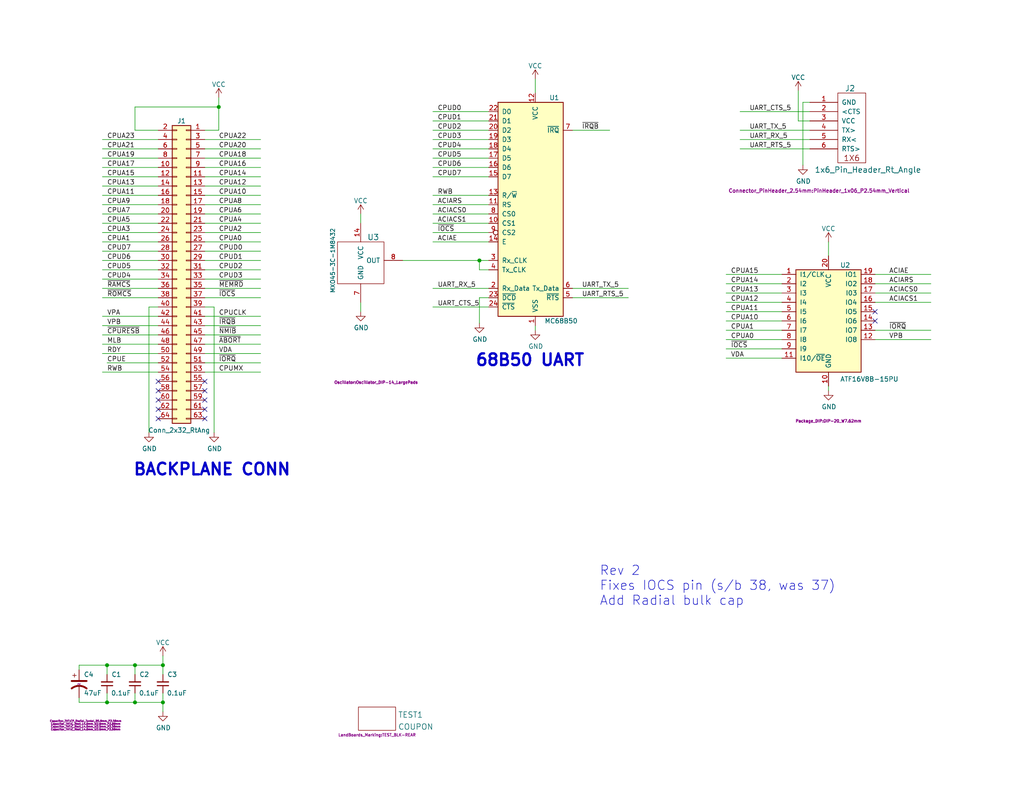
<source format=kicad_sch>
(kicad_sch (version 20231120) (generator "eeschema") (generator_version "8.0")
  (paper "A")
  (title_block (title "LB-68B50-02") (date "2024-09-09") (rev "2") (company "Land Boards LLC"))
  (lib_symbols
    (symbol "Connector_Generic:Conn_02x32_Odd_Even" (pin_names (offset 1.016) hide)
      (property "Reference" "J" (at 1.27 40.64 0))
      (property "Value" "Conn_02x32_Odd_Even" (at 1.27 -43.18 0))
      (symbol "Conn_02x32_Odd_Even_1_1"
        (rectangle (start -1.27 -40.513) (end 0 -40.767) (stroke (width 0.1524)))
        (rectangle (start -1.27 -37.973) (end 0 -38.227) (stroke (width 0.1524)))
        (rectangle (start -1.27 -35.433) (end 0 -35.687) (stroke (width 0.1524)))
        (rectangle (start -1.27 -32.893) (end 0 -33.147) (stroke (width 0.1524)))
        (rectangle (start -1.27 -30.353) (end 0 -30.607) (stroke (width 0.1524)))
        (rectangle (start -1.27 -27.813) (end 0 -28.067) (stroke (width 0.1524)))
        (rectangle (start -1.27 -25.273) (end 0 -25.527) (stroke (width 0.1524)))
        (rectangle (start -1.27 -22.733) (end 0 -22.987) (stroke (width 0.1524)))
        (rectangle (start -1.27 -20.193) (end 0 -20.447) (stroke (width 0.1524)))
        (rectangle (start -1.27 -17.653) (end 0 -17.907) (stroke (width 0.1524)))
        (rectangle (start -1.27 -15.113) (end 0 -15.367) (stroke (width 0.1524)))
        (rectangle (start -1.27 -12.573) (end 0 -12.827) (stroke (width 0.1524)))
        (rectangle (start -1.27 -10.033) (end 0 -10.287) (stroke (width 0.1524)))
        (rectangle (start -1.27 -7.493) (end 0 -7.747) (stroke (width 0.1524)))
        (rectangle (start -1.27 -4.953) (end 0 -5.207) (stroke (width 0.1524)))
        (rectangle (start -1.27 -2.413) (end 0 -2.667) (stroke (width 0.1524)))
        (rectangle (start -1.27 0.127) (end 0 -0.127) (stroke (width 0.1524)))
        (rectangle (start -1.27 2.667) (end 0 2.413) (stroke (width 0.1524)))
        (rectangle (start -1.27 5.207) (end 0 4.953) (stroke (width 0.1524)))
        (rectangle (start -1.27 7.747) (end 0 7.493) (stroke (width 0.1524)))
        (rectangle (start -1.27 10.287) (end 0 10.033) (stroke (width 0.1524)))
        (rectangle (start -1.27 12.827) (end 0 12.573) (stroke (width 0.1524)))
        (rectangle (start -1.27 15.367) (end 0 15.113) (stroke (width 0.1524)))
        (rectangle (start -1.27 17.907) (end 0 17.653) (stroke (width 0.1524)))
        (rectangle (start -1.27 20.447) (end 0 20.193) (stroke (width 0.1524)))
        (rectangle (start -1.27 22.987) (end 0 22.733) (stroke (width 0.1524)))
        (rectangle (start -1.27 25.527) (end 0 25.273) (stroke (width 0.1524)))
        (rectangle (start -1.27 28.067) (end 0 27.813) (stroke (width 0.1524)))
        (rectangle (start -1.27 30.607) (end 0 30.353) (stroke (width 0.1524)))
        (rectangle (start -1.27 33.147) (end 0 32.893) (stroke (width 0.1524)))
        (rectangle (start -1.27 35.687) (end 0 35.433) (stroke (width 0.1524)))
        (rectangle (start -1.27 38.227) (end 0 37.973) (stroke (width 0.1524)))
        (rectangle (start -1.27 39.37) (end 3.81 -41.91) (stroke (width 0.254)) (fill (type background)))
        (rectangle (start 3.81 -40.513) (end 2.54 -40.767) (stroke (width 0.1524)))
        (rectangle (start 3.81 -37.973) (end 2.54 -38.227) (stroke (width 0.1524)))
        (rectangle (start 3.81 -35.433) (end 2.54 -35.687) (stroke (width 0.1524)))
        (rectangle (start 3.81 -32.893) (end 2.54 -33.147) (stroke (width 0.1524)))
        (rectangle (start 3.81 -30.353) (end 2.54 -30.607) (stroke (width 0.1524)))
        (rectangle (start 3.81 -27.813) (end 2.54 -28.067) (stroke (width 0.1524)))
        (rectangle (start 3.81 -25.273) (end 2.54 -25.527) (stroke (width 0.1524)))
        (rectangle (start 3.81 -22.733) (end 2.54 -22.987) (stroke (width 0.1524)))
        (rectangle (start 3.81 -20.193) (end 2.54 -20.447) (stroke (width 0.1524)))
        (rectangle (start 3.81 -17.653) (end 2.54 -17.907) (stroke (width 0.1524)))
        (rectangle (start 3.81 -15.113) (end 2.54 -15.367) (stroke (width 0.1524)))
        (rectangle (start 3.81 -12.573) (end 2.54 -12.827) (stroke (width 0.1524)))
        (rectangle (start 3.81 -10.033) (end 2.54 -10.287) (stroke (width 0.1524)))
        (rectangle (start 3.81 -7.493) (end 2.54 -7.747) (stroke (width 0.1524)))
        (rectangle (start 3.81 -4.953) (end 2.54 -5.207) (stroke (width 0.1524)))
        (rectangle (start 3.81 -2.413) (end 2.54 -2.667) (stroke (width 0.1524)))
        (rectangle (start 3.81 0.127) (end 2.54 -0.127) (stroke (width 0.1524)))
        (rectangle (start 3.81 2.667) (end 2.54 2.413) (stroke (width 0.1524)))
        (rectangle (start 3.81 5.207) (end 2.54 4.953) (stroke (width 0.1524)))
        (rectangle (start 3.81 7.747) (end 2.54 7.493) (stroke (width 0.1524)))
        (rectangle (start 3.81 10.287) (end 2.54 10.033) (stroke (width 0.1524)))
        (rectangle (start 3.81 12.827) (end 2.54 12.573) (stroke (width 0.1524)))
        (rectangle (start 3.81 15.367) (end 2.54 15.113) (stroke (width 0.1524)))
        (rectangle (start 3.81 17.907) (end 2.54 17.653) (stroke (width 0.1524)))
        (rectangle (start 3.81 20.447) (end 2.54 20.193) (stroke (width 0.1524)))
        (rectangle (start 3.81 22.987) (end 2.54 22.733) (stroke (width 0.1524)))
        (rectangle (start 3.81 25.527) (end 2.54 25.273) (stroke (width 0.1524)))
        (rectangle (start 3.81 28.067) (end 2.54 27.813) (stroke (width 0.1524)))
        (rectangle (start 3.81 30.607) (end 2.54 30.353) (stroke (width 0.1524)))
        (rectangle (start 3.81 33.147) (end 2.54 32.893) (stroke (width 0.1524)))
        (rectangle (start 3.81 35.687) (end 2.54 35.433) (stroke (width 0.1524)))
        (rectangle (start 3.81 38.227) (end 2.54 37.973) (stroke (width 0.1524)))
        (pin passive line (at -5.08 38.1 0) (length 3.81) (name "Pin_1") (number "1"))
        (pin passive line (at 7.62 27.94 180) (length 3.81) (name "Pin_10") (number "10"))
        (pin passive line (at -5.08 25.4 0) (length 3.81) (name "Pin_11") (number "11"))
        (pin passive line (at 7.62 25.4 180) (length 3.81) (name "Pin_12") (number "12"))
        (pin passive line (at -5.08 22.86 0) (length 3.81) (name "Pin_13") (number "13"))
        (pin passive line (at 7.62 22.86 180) (length 3.81) (name "Pin_14") (number "14"))
        (pin passive line (at -5.08 20.32 0) (length 3.81) (name "Pin_15") (number "15"))
        (pin passive line (at 7.62 20.32 180) (length 3.81) (name "Pin_16") (number "16"))
        (pin passive line (at -5.08 17.78 0) (length 3.81) (name "Pin_17") (number "17"))
        (pin passive line (at 7.62 17.78 180) (length 3.81) (name "Pin_18") (number "18"))
        (pin passive line (at -5.08 15.24 0) (length 3.81) (name "Pin_19") (number "19"))
        (pin passive line (at 7.62 38.1 180) (length 3.81) (name "Pin_2") (number "2"))
        (pin passive line (at 7.62 15.24 180) (length 3.81) (name "Pin_20") (number "20"))
        (pin passive line (at -5.08 12.7 0) (length 3.81) (name "Pin_21") (number "21"))
        (pin passive line (at 7.62 12.7 180) (length 3.81) (name "Pin_22") (number "22"))
        (pin passive line (at -5.08 10.16 0) (length 3.81) (name "Pin_23") (number "23"))
        (pin passive line (at 7.62 10.16 180) (length 3.81) (name "Pin_24") (number "24"))
        (pin passive line (at -5.08 7.62 0) (length 3.81) (name "Pin_25") (number "25"))
        (pin passive line (at 7.62 7.62 180) (length 3.81) (name "Pin_26") (number "26"))
        (pin passive line (at -5.08 5.08 0) (length 3.81) (name "Pin_27") (number "27"))
        (pin passive line (at 7.62 5.08 180) (length 3.81) (name "Pin_28") (number "28"))
        (pin passive line (at -5.08 2.54 0) (length 3.81) (name "Pin_29") (number "29"))
        (pin passive line (at -5.08 35.56 0) (length 3.81) (name "Pin_3") (number "3"))
        (pin passive line (at 7.62 2.54 180) (length 3.81) (name "Pin_30") (number "30"))
        (pin passive line (at -5.08 0 0) (length 3.81) (name "Pin_31") (number "31"))
        (pin passive line (at 7.62 0 180) (length 3.81) (name "Pin_32") (number "32"))
        (pin passive line (at -5.08 -2.54 0) (length 3.81) (name "Pin_33") (number "33"))
        (pin passive line (at 7.62 -2.54 180) (length 3.81) (name "Pin_34") (number "34"))
        (pin passive line (at -5.08 -5.08 0) (length 3.81) (name "Pin_35") (number "35"))
        (pin passive line (at 7.62 -5.08 180) (length 3.81) (name "Pin_36") (number "36"))
        (pin passive line (at -5.08 -7.62 0) (length 3.81) (name "Pin_37") (number "37"))
        (pin passive line (at 7.62 -7.62 180) (length 3.81) (name "Pin_38") (number "38"))
        (pin passive line (at -5.08 -10.16 0) (length 3.81) (name "Pin_39") (number "39"))
        (pin passive line (at 7.62 35.56 180) (length 3.81) (name "Pin_4") (number "4"))
        (pin passive line (at 7.62 -10.16 180) (length 3.81) (name "Pin_40") (number "40"))
        (pin passive line (at -5.08 -12.7 0) (length 3.81) (name "Pin_41") (number "41"))
        (pin passive line (at 7.62 -12.7 180) (length 3.81) (name "Pin_42") (number "42"))
        (pin passive line (at -5.08 -15.24 0) (length 3.81) (name "Pin_43") (number "43"))
        (pin passive line (at 7.62 -15.24 180) (length 3.81) (name "Pin_44") (number "44"))
        (pin passive line (at -5.08 -17.78 0) (length 3.81) (name "Pin_45") (number "45"))
        (pin passive line (at 7.62 -17.78 180) (length 3.81) (name "Pin_46") (number "46"))
        (pin passive line (at -5.08 -20.32 0) (length 3.81) (name "Pin_47") (number "47"))
        (pin passive line (at 7.62 -20.32 180) (length 3.81) (name "Pin_48") (number "48"))
        (pin passive line (at -5.08 -22.86 0) (length 3.81) (name "Pin_49") (number "49"))
        (pin passive line (at -5.08 33.02 0) (length 3.81) (name "Pin_5") (number "5"))
        (pin passive line (at 7.62 -22.86 180) (length 3.81) (name "Pin_50") (number "50"))
        (pin passive line (at -5.08 -25.4 0) (length 3.81) (name "Pin_51") (number "51"))
        (pin passive line (at 7.62 -25.4 180) (length 3.81) (name "Pin_52") (number "52"))
        (pin passive line (at -5.08 -27.94 0) (length 3.81) (name "Pin_53") (number "53"))
        (pin passive line (at 7.62 -27.94 180) (length 3.81) (name "Pin_54") (number "54"))
        (pin passive line (at -5.08 -30.48 0) (length 3.81) (name "Pin_55") (number "55"))
        (pin passive line (at 7.62 -30.48 180) (length 3.81) (name "Pin_56") (number "56"))
        (pin passive line (at -5.08 -33.02 0) (length 3.81) (name "Pin_57") (number "57"))
        (pin passive line (at 7.62 -33.02 180) (length 3.81) (name "Pin_58") (number "58"))
        (pin passive line (at -5.08 -35.56 0) (length 3.81) (name "Pin_59") (number "59"))
        (pin passive line (at 7.62 33.02 180) (length 3.81) (name "Pin_6") (number "6"))
        (pin passive line (at 7.62 -35.56 180) (length 3.81) (name "Pin_60") (number "60"))
        (pin passive line (at -5.08 -38.1 0) (length 3.81) (name "Pin_61") (number "61"))
        (pin passive line (at 7.62 -38.1 180) (length 3.81) (name "Pin_62") (number "62"))
        (pin passive line (at -5.08 -40.64 0) (length 3.81) (name "Pin_63") (number "63"))
        (pin passive line (at 7.62 -40.64 180) (length 3.81) (name "Pin_64") (number "64"))
        (pin passive line (at -5.08 30.48 0) (length 3.81) (name "Pin_7") (number "7"))
        (pin passive line (at 7.62 30.48 180) (length 3.81) (name "Pin_8") (number "8"))
        (pin passive line (at -5.08 27.94 0) (length 3.81) (name "Pin_9") (number "9"))
      )
    )
    (symbol "Device:CP1" (pin_numbers hide) (pin_names (offset 0.254) hide)
      (property "Reference" "C" (at 0.635 2.54 0))
      (property "Value" "Device_CP1" (at 0.635 -2.54 0))
      (symbol "CP1_0_1"
        (polyline (pts (xy -2.032 0.762) (xy 2.032 0.762)) (stroke (width 0.508)))
        (polyline (pts (xy -1.778 2.286) (xy -0.762 2.286)))
        (polyline (pts (xy -1.27 1.778) (xy -1.27 2.794)))
        (arc (start 2.032 -1.27) (mid 0 -0.5572) (end -2.032 -1.27) (stroke (width 0.508)))
      )
      (symbol "CP1_1_1"
        (pin passive line (at 0 3.81 270) (length 2.794) (name "~") (number "1"))
        (pin passive line (at 0 -3.81 90) (length 3.302) (name "~") (number "2"))
      )
    )
    (symbol "Device:C_Small" (pin_numbers hide) (pin_names (offset 0.254) hide)
      (property "Reference" "C" (at 0.254 1.778 0))
      (property "Value" "C_Small" (at 0.254 -2.032 0))
      (symbol "C_Small_0_1"
        (polyline (pts (xy -1.524 -0.508) (xy 1.524 -0.508)) (stroke (width 0.3302)))
        (polyline (pts (xy -1.524 0.508) (xy 1.524 0.508)) (stroke (width 0.3048)))
      )
      (symbol "C_Small_1_1"
        (pin passive line (at 0 2.54 270) (length 2.032) (name "~") (number "1"))
        (pin passive line (at 0 -2.54 90) (length 2.032) (name "~") (number "2"))
      )
    )
    (symbol "LandBoards:COUPON" (pin_names (offset 1.016))
      (property "Reference" "COUP?" (at 0 0 0))
      (property "Value" "COUPON" (at 0 0 0))
      (symbol "COUPON_0_1"
        (rectangle (start -5.08 0) (end 5.08 6.35))
      )
    )
    (symbol "LandBoards_Cards:FTDI-MASTER-HDR" (pin_names (offset 1.016))
      (property "Reference" "BRD" (at 0 10.16 0))
      (property "Value" "FTDI-MASTER-HDR" (at 0 -11.43 0))
      (property "Footprint" "Connector_PinHeader_2.54mm:PinHeader_1x06_P2.54mm_Vertical" (at 0 -13.97 0))
      (symbol "FTDI-MASTER-HDR_0_0"
        (rectangle (start 3.81 -10.16) (end -3.81 8.89))
        (text "1X6" (at 0 -8.89 0) (effects (font (size 1.524 1.524))))
      )
      (symbol "FTDI-MASTER-HDR_1_1"
        (pin power_out line (at -11.43 6.35 0) (length 7.62) (name "GND") (number "1"))
        (pin input line (at -11.43 3.81 0) (length 7.62) (name "<CTS") (number "2"))
        (pin power_out line (at -11.43 1.27 0) (length 7.62) (name "VCC") (number "3"))
        (pin output line (at -11.43 -1.27 0) (length 7.62) (name "TX>") (number "4"))
        (pin input line (at -11.43 -3.81 0) (length 7.62) (name "RX<") (number "5"))
        (pin output line (at -11.43 -6.35 0) (length 7.62) (name "RTS>") (number "6"))
      )
    )
    (symbol "LandBoards_Semis:MC68B50_FIXED" (pin_names (offset 1.016))
      (property "Reference" "U" (at 5.08 31.75 0))
      (property "Value" "MC68B50_FIXED" (at 16.51 -30.48 0))
      (symbol "MC68B50_FIXED_1_1"
        (rectangle (start -10.16 -27.94) (end 7.62 30.48) (stroke (width 0.254)) (fill (type background)))
        (pin power_in line (at 0 -30.48 90) (length 2.54) (name "VSS") (number "1"))
        (pin input line (at -12.7 -2.54 0) (length 2.54) (name "CS1") (number "10"))
        (pin input line (at -12.7 2.54 0) (length 2.54) (name "RS") (number "11"))
        (pin power_in line (at 0 33.02 270) (length 2.54) (name "VCC") (number "12"))
        (pin input line (at -12.7 5.08 0) (length 2.54) (name "R/~{W}") (number "13"))
        (pin input line (at -12.7 -7.62 0) (length 2.54) (name "E") (number "14"))
        (pin bidirectional line (at -12.7 10.16 0) (length 2.54) (name "D7") (number "15"))
        (pin bidirectional line (at -12.7 12.7 0) (length 2.54) (name "D6") (number "16"))
        (pin bidirectional line (at -12.7 15.24 0) (length 2.54) (name "D5") (number "17"))
        (pin bidirectional line (at -12.7 17.78 0) (length 2.54) (name "D4") (number "18"))
        (pin bidirectional line (at -12.7 20.32 0) (length 2.54) (name "D3") (number "19"))
        (pin input line (at -12.7 -20.32 0) (length 2.54) (name "Rx_Data") (number "2"))
        (pin bidirectional line (at -12.7 22.86 0) (length 2.54) (name "D2") (number "20"))
        (pin bidirectional line (at -12.7 25.4 0) (length 2.54) (name "D1") (number "21"))
        (pin bidirectional line (at -12.7 27.94 0) (length 2.54) (name "D0") (number "22"))
        (pin input line (at -12.7 -22.86 0) (length 2.54) (name "~{DCD}") (number "23"))
        (pin input line (at -12.7 -25.4 0) (length 2.54) (name "~{CTS}") (number "24"))
        (pin input line (at -12.7 -12.7 0) (length 2.54) (name "Rx_CLK") (number "3"))
        (pin input line (at -12.7 -15.24 0) (length 2.54) (name "Tx_CLK") (number "4"))
        (pin output line (at 10.16 -22.86 180) (length 2.54) (name "~{RTS}") (number "5"))
        (pin output line (at 10.16 -20.32 180) (length 2.54) (name "Tx_Data") (number "6"))
        (pin output line (at 10.16 22.86 180) (length 2.54) (name "~{IRQ}") (number "7"))
        (pin input line (at -12.7 0 0) (length 2.54) (name "CS0") (number "8"))
        (pin input inverted (at -12.7 -5.08 0) (length 2.54) (name "CS2") (number "9"))
      )
    )
    (symbol "LandBoards_Semis:OSC" (pin_names (offset 1.016))
      (property "Reference" "U" (at 3.81 6.35 0))
      (property "Value" "OSC" (at 5.08 -7.62 0))
      (symbol "OSC_0_1"
        (rectangle (start 6.35 -6.35) (end -6.35 5.08))
      )
      (symbol "OSC_1_1"
        (pin power_in line (at 0 10.16 270) (length 5.08) (name "VCC") (number "14"))
        (pin power_in line (at 0 -11.43 90) (length 5.08) (name "GND") (number "7"))
        (pin output line (at 11.43 0 180) (length 5.08) (name "OUT") (number "8"))
      )
    )
    (symbol "Logic_Programmable:GAL16V8" (pin_names (offset 1.016))
      (property "Reference" "U" (at -8.89 16.51 0))
      (property "Value" "GAL16V8" (at 1.27 16.51 0))
      (symbol "GAL16V8_0_0"
        (pin power_in line (at 0 -17.78 90) (length 3.81) (name "GND") (number "10"))
        (pin power_in line (at 0 17.78 270) (length 3.81) (name "VCC") (number "20"))
      )
      (symbol "GAL16V8_0_1"
        (rectangle (start -8.89 13.97) (end 8.89 -13.97) (stroke (width 0.254)) (fill (type background)))
      )
      (symbol "GAL16V8_1_1"
        (pin input line (at -12.7 12.7 0) (length 3.81) (name "I1/CLK") (number "1"))
        (pin input line (at -12.7 -10.16 0) (length 3.81) (name "I10/~{OE}") (number "11"))
        (pin tri_state line (at 12.7 -5.08 180) (length 3.81) (name "IO8") (number "12"))
        (pin tri_state line (at 12.7 -2.54 180) (length 3.81) (name "IO7") (number "13"))
        (pin tri_state line (at 12.7 0 180) (length 3.81) (name "IO6") (number "14"))
        (pin tri_state line (at 12.7 2.54 180) (length 3.81) (name "IO5") (number "15"))
        (pin tri_state line (at 12.7 5.08 180) (length 3.81) (name "IO4") (number "16"))
        (pin tri_state line (at 12.7 7.62 180) (length 3.81) (name "I03") (number "17"))
        (pin tri_state line (at 12.7 10.16 180) (length 3.81) (name "IO2") (number "18"))
        (pin tri_state line (at 12.7 12.7 180) (length 3.81) (name "IO1") (number "19"))
        (pin input line (at -12.7 10.16 0) (length 3.81) (name "I2") (number "2"))
        (pin input line (at -12.7 7.62 0) (length 3.81) (name "I3") (number "3"))
        (pin input line (at -12.7 5.08 0) (length 3.81) (name "I4") (number "4"))
        (pin input line (at -12.7 2.54 0) (length 3.81) (name "I5") (number "5"))
        (pin input line (at -12.7 0 0) (length 3.81) (name "I6") (number "6"))
        (pin input line (at -12.7 -2.54 0) (length 3.81) (name "I7") (number "7"))
        (pin input line (at -12.7 -5.08 0) (length 3.81) (name "I8") (number "8"))
        (pin input line (at -12.7 -7.62 0) (length 3.81) (name "I9") (number "9"))
      )
    )
    (symbol "power:GND" (power) (pin_names (offset 0))
      (property "Value" "GND" (at 0 -3.81 0))
      (symbol "GND_0_1"
        (polyline (pts (xy 0 0) (xy 0 -1.27) (xy 1.27 -1.27) (xy 0 -2.54) (xy -1.27 -1.27) (xy 0 -1.27)))
      )
      (symbol "GND_1_1"
        (pin power_in line (at 0 0 270) (length 0) hide (name "GND") (number "1"))
      )
    )
    (symbol "power:VCC" (power) (pin_names (offset 0))
      (property "Value" "VCC" (at 0 3.81 0))
      (symbol "VCC_0_1"
        (polyline (pts (xy -0.762 1.27) (xy 0 2.54)))
        (polyline (pts (xy 0 0) (xy 0 2.54)))
        (polyline (pts (xy 0 2.54) (xy 0.762 1.27)))
      )
      (symbol "VCC_1_1"
        (pin power_in line (at 0 0 90) (length 0) hide (name "VCC") (number "1"))
      )
    )
  )
  (junction (at 29.21 181.61))
  (junction (at 44.45 181.61))
  (junction (at 44.45 191.77))
  (junction (at 29.21 191.77))
  (junction (at 130.81 71.12))
  (junction (at 36.83 181.61))
  (junction (at 36.83 191.77))
  (junction (at 59.69 29.21))
  (no_connect (at 238.76 85.09))
  (no_connect (at 55.88 104.14))
  (no_connect (at 43.18 104.14))
  (no_connect (at 238.76 87.63))
  (no_connect (at 55.88 109.22))
  (no_connect (at 55.88 106.68))
  (no_connect (at 43.18 114.3))
  (no_connect (at 55.88 114.3))
  (no_connect (at 43.18 106.68))
  (no_connect (at 43.18 109.22))
  (no_connect (at 43.18 111.76))
  (no_connect (at 55.88 111.76))
  (wire (pts (xy 40.64 83.82) (xy 40.64 118.11)))
  (wire (pts (xy 238.76 92.71) (xy 254 92.71)))
  (wire (pts (xy 27.94 91.44) (xy 43.18 91.44)))
  (wire (pts (xy 55.88 43.18) (xy 71.12 43.18)))
  (wire (pts (xy 27.94 68.58) (xy 43.18 68.58)))
  (wire (pts (xy 238.76 82.55) (xy 254 82.55)))
  (wire (pts (xy 44.45 181.61) (xy 44.45 184.15)))
  (wire (pts (xy 55.88 45.72) (xy 71.12 45.72)))
  (wire (pts (xy 118.11 45.72) (xy 133.35 45.72)))
  (wire (pts (xy 130.81 71.12) (xy 133.35 71.12)))
  (wire (pts (xy 59.69 35.56) (xy 59.69 29.21)))
  (wire (pts (xy 55.88 60.96) (xy 71.12 60.96)))
  (wire (pts (xy 238.76 77.47) (xy 254 77.47)))
  (wire (pts (xy 219.075 27.94) (xy 219.075 45.085)))
  (wire (pts (xy 59.69 29.21) (xy 36.83 29.21)))
  (wire (pts (xy 156.21 81.28) (xy 171.45 81.28)))
  (wire (pts (xy 44.45 189.23) (xy 44.45 191.77)))
  (wire (pts (xy 198.12 77.47) (xy 213.36 77.47)))
  (wire (pts (xy 118.11 60.96) (xy 133.35 60.96)))
  (wire (pts (xy 55.88 66.04) (xy 71.12 66.04)))
  (wire (pts (xy 55.88 48.26) (xy 71.12 48.26)))
  (wire (pts (xy 130.81 71.12) (xy 130.81 73.66)))
  (wire (pts (xy 40.64 83.82) (xy 43.18 83.82)))
  (wire (pts (xy 27.94 55.88) (xy 43.18 55.88)))
  (wire (pts (xy 55.88 35.56) (xy 59.69 35.56)))
  (wire (pts (xy 36.83 181.61) (xy 36.83 184.15)))
  (wire (pts (xy 198.12 92.71) (xy 213.36 92.71)))
  (wire (pts (xy 118.11 63.5) (xy 133.35 63.5)))
  (wire (pts (xy 27.94 71.12) (xy 43.18 71.12)))
  (wire (pts (xy 27.94 53.34) (xy 43.18 53.34)))
  (wire (pts (xy 36.83 189.23) (xy 36.83 191.77)))
  (wire (pts (xy 198.12 90.17) (xy 213.36 90.17)))
  (wire (pts (xy 55.88 93.98) (xy 71.12 93.98)))
  (wire (pts (xy 27.94 66.04) (xy 43.18 66.04)))
  (wire (pts (xy 146.05 21.59) (xy 146.05 25.4)))
  (wire (pts (xy 27.94 45.72) (xy 43.18 45.72)))
  (wire (pts (xy 226.06 66.04) (xy 226.06 69.85)))
  (wire (pts (xy 118.11 58.42) (xy 133.35 58.42)))
  (wire (pts (xy 55.88 96.52) (xy 71.12 96.52)))
  (wire (pts (xy 55.88 53.34) (xy 71.12 53.34)))
  (wire (pts (xy 59.69 29.21) (xy 59.69 26.67)))
  (wire (pts (xy 36.83 35.56) (xy 43.18 35.56)))
  (wire (pts (xy 55.88 71.12) (xy 71.12 71.12)))
  (wire (pts (xy 220.98 27.94) (xy 219.075 27.94)))
  (wire (pts (xy 198.12 97.79) (xy 213.36 97.79)))
  (wire (pts (xy 55.88 68.58) (xy 71.12 68.58)))
  (wire (pts (xy 118.11 66.04) (xy 133.35 66.04)))
  (wire (pts (xy 27.94 58.42) (xy 43.18 58.42)))
  (wire (pts (xy 98.425 58.42) (xy 98.425 60.96)))
  (wire (pts (xy 217.805 24.765) (xy 217.805 33.02)))
  (wire (pts (xy 238.76 90.17) (xy 254 90.17)))
  (wire (pts (xy 21.59 191.77) (xy 21.59 190.5)))
  (wire (pts (xy 29.21 181.61) (xy 36.83 181.61)))
  (wire (pts (xy 201.93 30.48) (xy 220.98 30.48)))
  (wire (pts (xy 198.12 80.01) (xy 213.36 80.01)))
  (wire (pts (xy 55.88 78.74) (xy 71.12 78.74)))
  (wire (pts (xy 201.93 35.56) (xy 220.98 35.56)))
  (wire (pts (xy 198.12 82.55) (xy 213.36 82.55)))
  (wire (pts (xy 55.88 38.1) (xy 71.12 38.1)))
  (wire (pts (xy 21.59 181.61) (xy 29.21 181.61)))
  (wire (pts (xy 55.88 58.42) (xy 71.12 58.42)))
  (wire (pts (xy 58.42 83.82) (xy 58.42 118.11)))
  (wire (pts (xy 156.21 35.56) (xy 166.37 35.56)))
  (wire (pts (xy 27.94 40.64) (xy 43.18 40.64)))
  (wire (pts (xy 27.94 63.5) (xy 43.18 63.5)))
  (wire (pts (xy 118.11 43.18) (xy 133.35 43.18)))
  (wire (pts (xy 220.98 33.02) (xy 217.805 33.02)))
  (wire (pts (xy 118.11 35.56) (xy 133.35 35.56)))
  (wire (pts (xy 27.94 73.66) (xy 43.18 73.66)))
  (wire (pts (xy 118.11 33.02) (xy 133.35 33.02)))
  (wire (pts (xy 55.88 83.82) (xy 58.42 83.82)))
  (wire (pts (xy 130.81 73.66) (xy 133.35 73.66)))
  (wire (pts (xy 118.11 55.88) (xy 133.35 55.88)))
  (wire (pts (xy 146.05 88.9) (xy 146.05 90.17)))
  (wire (pts (xy 29.21 99.06) (xy 43.18 99.06)))
  (wire (pts (xy 27.94 76.2) (xy 43.18 76.2)))
  (wire (pts (xy 118.11 53.34) (xy 133.35 53.34)))
  (wire (pts (xy 55.88 50.8) (xy 71.12 50.8)))
  (wire (pts (xy 238.76 74.93) (xy 254 74.93)))
  (wire (pts (xy 44.45 191.77) (xy 44.45 194.31)))
  (wire (pts (xy 198.12 95.25) (xy 213.36 95.25)))
  (wire (pts (xy 27.94 88.9) (xy 43.18 88.9)))
  (wire (pts (xy 29.21 191.77) (xy 29.21 189.23)))
  (wire (pts (xy 55.88 55.88) (xy 71.12 55.88)))
  (wire (pts (xy 27.94 38.1) (xy 43.18 38.1)))
  (wire (pts (xy 27.94 86.36) (xy 43.18 86.36)))
  (wire (pts (xy 27.94 43.18) (xy 43.18 43.18)))
  (wire (pts (xy 29.21 191.77) (xy 21.59 191.77)))
  (wire (pts (xy 36.83 29.21) (xy 36.83 35.56)))
  (wire (pts (xy 201.93 40.64) (xy 220.98 40.64)))
  (wire (pts (xy 55.88 91.44) (xy 71.12 91.44)))
  (wire (pts (xy 55.88 73.66) (xy 71.12 73.66)))
  (wire (pts (xy 226.06 105.41) (xy 226.06 106.68)))
  (wire (pts (xy 36.83 181.61) (xy 44.45 181.61)))
  (wire (pts (xy 118.11 40.64) (xy 133.35 40.64)))
  (wire (pts (xy 156.21 78.74) (xy 171.45 78.74)))
  (wire (pts (xy 238.76 80.01) (xy 254 80.01)))
  (wire (pts (xy 36.83 191.77) (xy 29.21 191.77)))
  (wire (pts (xy 109.855 71.12) (xy 130.81 71.12)))
  (wire (pts (xy 55.88 101.6) (xy 71.12 101.6)))
  (wire (pts (xy 55.88 88.9) (xy 71.12 88.9)))
  (wire (pts (xy 55.88 99.06) (xy 71.12 99.06)))
  (wire (pts (xy 27.94 96.52) (xy 43.18 96.52)))
  (wire (pts (xy 98.425 85.09) (xy 98.425 82.55)))
  (wire (pts (xy 55.88 86.36) (xy 71.12 86.36)))
  (wire (pts (xy 118.11 78.74) (xy 133.35 78.74)))
  (wire (pts (xy 44.45 179.07) (xy 44.45 181.61)))
  (wire (pts (xy 27.94 50.8) (xy 43.18 50.8)))
  (wire (pts (xy 55.88 81.28) (xy 71.12 81.28)))
  (wire (pts (xy 130.81 81.28) (xy 130.81 88.265)))
  (wire (pts (xy 201.93 38.1) (xy 220.98 38.1)))
  (wire (pts (xy 55.88 63.5) (xy 71.12 63.5)))
  (wire (pts (xy 198.12 87.63) (xy 213.36 87.63)))
  (wire (pts (xy 118.11 83.82) (xy 133.35 83.82)))
  (wire (pts (xy 118.11 48.26) (xy 133.35 48.26)))
  (wire (pts (xy 27.94 81.28) (xy 43.18 81.28)))
  (wire (pts (xy 27.94 101.6) (xy 43.18 101.6)))
  (wire (pts (xy 55.88 40.64) (xy 71.12 40.64)))
  (wire (pts (xy 198.12 85.09) (xy 213.36 85.09)))
  (wire (pts (xy 44.45 191.77) (xy 36.83 191.77)))
  (wire (pts (xy 27.94 93.98) (xy 43.18 93.98)))
  (wire (pts (xy 27.94 60.96) (xy 43.18 60.96)))
  (wire (pts (xy 27.94 78.74) (xy 43.18 78.74)))
  (wire (pts (xy 29.21 184.15) (xy 29.21 181.61)))
  (wire (pts (xy 21.59 182.88) (xy 21.59 181.61)))
  (wire (pts (xy 133.35 81.28) (xy 130.81 81.28)))
  (wire (pts (xy 27.94 48.26) (xy 43.18 48.26)))
  (wire (pts (xy 118.11 38.1) (xy 133.35 38.1)))
  (wire (pts (xy 198.12 74.93) (xy 213.36 74.93)))
  (wire (pts (xy 55.88 76.2) (xy 71.12 76.2)))
  (wire (pts (xy 118.11 30.48) (xy 133.35 30.48)))
  (text "68B50 UART" (at 129.54 100.33 0) (effects (font (size 3.175 3.175) (thickness 0.635) (bold yes)) (justify left bottom)))
  (text "Rev 2\nFixes IOCS pin (s/b 38, was 37)\nAdd Radial bulk cap" (at 163.576 160.02 0) (effects (font (size 2.54 2.54)) (justify left)))
  (text "BACKPLANE CONN" (at 36.195 130.175 0) (effects (font (size 3.175 3.175) (thickness 0.635) (bold yes)) (justify left bottom)))
  (label "~{MEMRD}" (at 59.69 78.74 0))
  (label "CPUD6" (at 119.38 45.72 0))
  (label "CPUD3" (at 59.69 76.2 0))
  (label "CPUA22" (at 59.69 38.1 0))
  (label "ACIACS0" (at 119.38 58.42 0))
  (label "CPUD0" (at 59.69 68.58 0))
  (label "~{IORQ}" (at 242.57 90.17 0))
  (label "UART_TX_5" (at 158.75 78.74 0))
  (label "MLB" (at 29.21 93.98 0))
  (label "UART_TX_5" (at 204.47 35.56 0))
  (label "~{NMIB}" (at 59.69 91.44 0))
  (label "~{ABORT}" (at 59.69 93.98 0))
  (label "~{IOCS}" (at 199.39 95.25 0))
  (label "~{IORQ}" (at 59.69 99.06 0))
  (label "CPUA21" (at 29.21 40.64 0))
  (label "CPUA18" (at 59.69 43.18 0))
  (label "CPUA15" (at 199.39 74.93 0))
  (label "UART_RX_5" (at 119.38 78.74 0))
  (label "~{ROMCS}" (at 29.21 81.28 0))
  (label "CPUA0" (at 59.69 66.04 0))
  (label "~{CPURESB}" (at 29.21 91.44 0))
  (label "CPUA1" (at 29.21 66.04 0))
  (label "CPUA5" (at 29.21 60.96 0))
  (label "CPUD7" (at 119.38 48.26 0))
  (label "CPUD3" (at 119.38 38.1 0))
  (label "VPB" (at 242.57 92.71 0))
  (label "CPUD4" (at 119.38 40.64 0))
  (label "CPUD7" (at 29.21 68.58 0))
  (label "CPUA4" (at 59.69 60.96 0))
  (label "CPUA0" (at 199.39 92.71 0))
  (label "CPUA10" (at 59.69 53.34 0))
  (label "CPUA6" (at 59.69 58.42 0))
  (label "CPUA11" (at 29.21 53.34 0))
  (label "ACIAE" (at 119.38 66.04 0))
  (label "~{RAMCS}" (at 29.21 78.74 0))
  (label "CPUA12" (at 59.69 50.8 0))
  (label "ACIACS1" (at 119.38 60.96 0))
  (label "CPUD1" (at 59.69 71.12 0))
  (label "VDA" (at 59.69 96.52 0))
  (label "CPUE" (at 29.21 99.06 0))
  (label "CPUA9" (at 29.21 55.88 0))
  (label "ACIAE" (at 242.57 74.93 0))
  (label "CPUD5" (at 29.21 73.66 0))
  (label "CPUD6" (at 29.21 71.12 0))
  (label "CPUA13" (at 199.39 80.01 0))
  (label "RWB" (at 119.38 53.34 0))
  (label "UART_RX_5" (at 204.47 38.1 0))
  (label "CPUA7" (at 29.21 58.42 0))
  (label "CPUA19" (at 29.21 43.18 0))
  (label "VPB" (at 29.21 88.9 0))
  (label "CPUA11" (at 199.39 85.09 0))
  (label "CPUMX" (at 59.69 101.6 0))
  (label "UART_CTS_5" (at 119.38 83.82 0))
  (label "ACIARS" (at 242.57 77.47 0))
  (label "CPUA10" (at 199.39 87.63 0))
  (label "VPA" (at 29.21 86.36 0))
  (label "ACIACS0" (at 242.57 80.01 0))
  (label "CPUD4" (at 29.21 76.2 0))
  (label "CPUA17" (at 29.21 45.72 0))
  (label "CPUA13" (at 29.21 50.8 0))
  (label "CPUD2" (at 119.38 35.56 0))
  (label "UART_RTS_5" (at 158.75 81.28 0))
  (label "CPUCLK" (at 59.69 86.36 0))
  (label "UART_RTS_5" (at 204.47 40.64 0))
  (label "CPUA20" (at 59.69 40.64 0))
  (label "CPUA14" (at 199.39 77.47 0))
  (label "CPUA2" (at 59.69 63.5 0))
  (label "~{IRQB}" (at 158.75 35.56 0))
  (label "RDY" (at 29.21 96.52 0))
  (label "RWB" (at 29.21 101.6 0))
  (label "~{IOCS}" (at 59.69 81.28 0))
  (label "CPUD2" (at 59.69 73.66 0))
  (label "CPUA23" (at 29.21 38.1 0))
  (label "CPUA1" (at 199.39 90.17 0))
  (label "CPUD0" (at 119.38 30.48 0))
  (label "CPUD1" (at 119.38 33.02 0))
  (label "CPUD5" (at 119.38 43.18 0))
  (label "CPUA14" (at 59.69 48.26 0))
  (label "VDA" (at 199.39 97.79 0))
  (label "CPUA8" (at 59.69 55.88 0))
  (label "CPUA12" (at 199.39 82.55 0))
  (label "~{IRQB}" (at 59.69 88.9 0))
  (label "CPUA16" (at 59.69 45.72 0))
  (label "CPUA3" (at 29.21 63.5 0))
  (label "UART_CTS_5" (at 204.47 30.48 0))
  (label "ACIARS" (at 119.38 55.88 0))
  (label "CPUA15" (at 29.21 48.26 0))
  (label "~{IOCS}" (at 119.38 63.5 0))
  (label "ACIACS1" (at 242.57 82.55 0))
  (symbol (lib_id "power:GND") (at 146.05 90.17 0) (unit 1)
    (property "Reference" "#PWR0101" (effects (hide yes)))
    (property "Value" "GND" (at 146.177 94.5642 0))
  )
  (symbol (lib_id "Device:C_Small") (at 36.83 186.69 180) (unit 1)
    (property "Reference" "C2" (at 39.37 184.15 0))
    (property "Value" "0.1uF" (at 40.64 189.23 0))
    (property "Footprint" "Capacitor_THT:C_Rect_L4.0mm_W2.5mm_P2.50mm" (at 23.368 197.612 0) (effects (font (size 0.508 0.508))))
  )
  (symbol (lib_id "power:GND") (at 44.45 194.31 0) (unit 1)
    (property "Reference" "#PWR0106" (effects (hide yes)))
    (property "Value" "GND" (at 44.577 198.7042 0))
  )
  (symbol (lib_id "power:GND") (at 226.06 106.68 0) (unit 1)
    (property "Reference" "#PWR01" (effects (hide yes)))
    (property "Value" "GND" (at 226.187 111.0742 0))
  )
  (symbol (lib_id "power:GND") (at 58.42 118.11 0) (unit 1)
    (property "Reference" "#PWR0102" (effects (hide yes)))
    (property "Value" "GND" (at 58.547 122.5042 0))
  )
  (symbol (lib_id "power:VCC") (at 226.06 66.04 0) (unit 1)
    (property "Reference" "#PWR02" (effects (hide yes)))
    (property "Value" "VCC" (at 226.06 62.4355 0))
  )
  (symbol (lib_id "power:VCC") (at 146.05 21.59 0) (unit 1)
    (property "Reference" "#PWR0103" (effects (hide yes)))
    (property "Value" "VCC" (at 146.05 17.9855 0))
  )
  (symbol (lib_id "Device:CP1") (at 21.59 186.69 0) (unit 1)
    (property "Reference" "C4" (at 22.86 184.15 0) (effects (justify left)))
    (property "Value" "47uF" (at 22.86 189.23 0) (effects (justify left)))
    (property "Footprint" "Capacitor_THT:CP_Radial_Tantal_D5.0mm_P2.50mm" (at 23.368 196.85 0) (effects (font (size 0.508 0.508))))
    (property "Datasheet" "~" (at 21.59 186.69 0) (effects (font (size 1.524 1.524))))
  )
  (symbol (lib_id "power:GND") (at 130.81 88.265 0) (unit 1)
    (property "Reference" "#PWR0108" (effects (hide yes)))
    (property "Value" "GND" (at 130.937 92.6592 0))
  )
  (symbol (lib_id "LandBoards_Cards:FTDI-MASTER-HDR") (at 232.41 34.29 0) (unit 1)
    (property "Reference" "J2" (at 230.505 24.13 0) (effects (font (size 1.524 1.524)) (justify left)))
    (property "Value" "1x6_Pin_Header_Rt_Angle" (at 222.25 46.355 0) (effects (font (size 1.524 1.524)) (justify left)))
    (property "Footprint" "Connector_PinHeader_2.54mm:PinHeader_1x06_P2.54mm_Vertical" (at 198.755 52.07 0) (effects (font (size 1 1)) (justify left)))
  )
  (symbol (lib_id "Device:C_Small") (at 44.45 186.69 180) (unit 1)
    (property "Reference" "C3" (at 46.99 184.15 0))
    (property "Value" "0.1uF" (at 48.26 189.23 0))
    (property "Footprint" "Capacitor_THT:C_Rect_L4.0mm_W2.5mm_P2.50mm" (at 23.368 199.136 0) (effects (font (size 0.508 0.508))))
  )
  (symbol (lib_id "Logic_Programmable:GAL16V8") (at 226.06 87.63 0) (unit 1)
    (property "Reference" "U2" (at 229.235 72.39 0) (effects (justify left)))
    (property "Value" "ATF16V8B-15PU" (at 229.235 103.505 0) (effects (justify left)))
    (property "Footprint" "Package_DIP:DIP-20_W7.62mm" (at 226.06 114.935 0) (effects (font (size 0.762 0.762))))
  )
  (symbol (lib_id "power:VCC") (at 98.425 58.42 0) (unit 1)
    (property "Reference" "#PWR0118" (effects (hide yes)))
    (property "Value" "VCC" (at 98.425 54.8155 0))
  )
  (symbol (lib_id "power:GND") (at 219.075 45.085 0) (unit 1)
    (property "Reference" "#PWR05" (effects (hide yes)))
    (property "Value" "GND" (at 219.202 49.4792 0))
  )
  (symbol (lib_id "power:VCC") (at 44.45 179.07 0) (unit 1)
    (property "Reference" "#PWR0107" (effects (hide yes)))
    (property "Value" "VCC" (at 44.45 175.4655 0))
  )
  (symbol (lib_id "Device:C_Small") (at 29.21 186.69 180) (unit 1)
    (property "Reference" "C1" (at 31.75 184.15 0))
    (property "Value" "0.1uF" (at 33.02 189.23 0))
    (property "Footprint" "Capacitor_THT:C_Rect_L4.0mm_W2.5mm_P2.50mm" (at 23.368 198.374 0) (effects (font (size 0.508 0.508))))
  )
  (symbol (lib_id "LandBoards:COUPON") (at 102.87 199.39 0) (unit 1)
    (property "Reference" "TEST1" (at 108.585 195.1503 0) (effects (font (size 1.524 1.524)) (justify left)))
    (property "Value" "COUPON" (at 108.585 198.4293 0) (effects (font (size 1.524 1.524)) (justify left)))
    (property "Footprint" "LandBoards_Marking:TEST_BLK-REAR" (at 102.87 200.66 0) (effects (font (size 0.762 0.762))))
  )
  (symbol (lib_id "Connector_Generic:Conn_02x32_Odd_Even") (at 50.8 73.66 0) (mirror y) (unit 1)
    (property "Reference" "J1" (at 49.53 33.02 0))
    (property "Value" "Conn_2x32_RtAng" (at 48.895 117.475 0))
    (property "Footprint" "LandBoards_Conns:PinHeader_2x32_P2.54mm_Horizontal-FLIPPED" (effects (hide yes)))
  )
  (symbol (lib_id "LandBoards_Semis:MC68B50_FIXED") (at 146.05 58.42 0) (unit 1)
    (property "Reference" "U1" (at 149.86 26.67 0) (effects (justify left)))
    (property "Value" "MC68B50" (at 148.59 87.63 0) (effects (justify left)))
    (property "Footprint" "Package_DIP:DIP-24_W15.24mm_LongPads" (effects (hide yes)))
    (property "Datasheet" "https://www.jameco.com/Jameco/Products/ProdDS/43633.pdf" (effects (hide yes)))
  )
  (symbol (lib_id "power:GND") (at 98.425 85.09 0) (unit 1)
    (property "Reference" "#PWR0119" (effects (hide yes)))
    (property "Value" "GND" (at 98.552 89.4842 0))
  )
  (symbol (lib_id "power:GND") (at 40.64 118.11 0) (unit 1)
    (property "Reference" "#PWR0105" (effects (hide yes)))
    (property "Value" "GND" (at 40.767 122.5042 0))
  )
  (symbol (lib_id "power:VCC") (at 59.69 26.67 0) (unit 1)
    (property "Reference" "#PWR0104" (effects (hide yes)))
    (property "Value" "VCC" (at 59.69 23.0655 0))
  )
  (symbol (lib_id "LandBoards_Semis:OSC") (at 98.425 71.12 0) (unit 1)
    (property "Reference" "U3" (at 103.505 64.77 0) (effects (font (size 1.524 1.524)) (justify right)))
    (property "Value" "MXO45-3C-1M8432" (at 90.805 62.23 90) (effects (font (size 1.143 1.143)) (justify right)))
    (property "Footprint" "Oscillator:Oscillator_DIP-14_LargePads" (at 114.046 104.394 0) (effects (font (size 0.762 0.762)) (justify right)))
  )
  (symbol (lib_id "power:VCC") (at 217.805 24.765 0) (unit 1)
    (property "Reference" "#PWR04" (effects (hide yes)))
    (property "Value" "VCC" (at 217.805 21.1605 0))
  )
)
</source>
